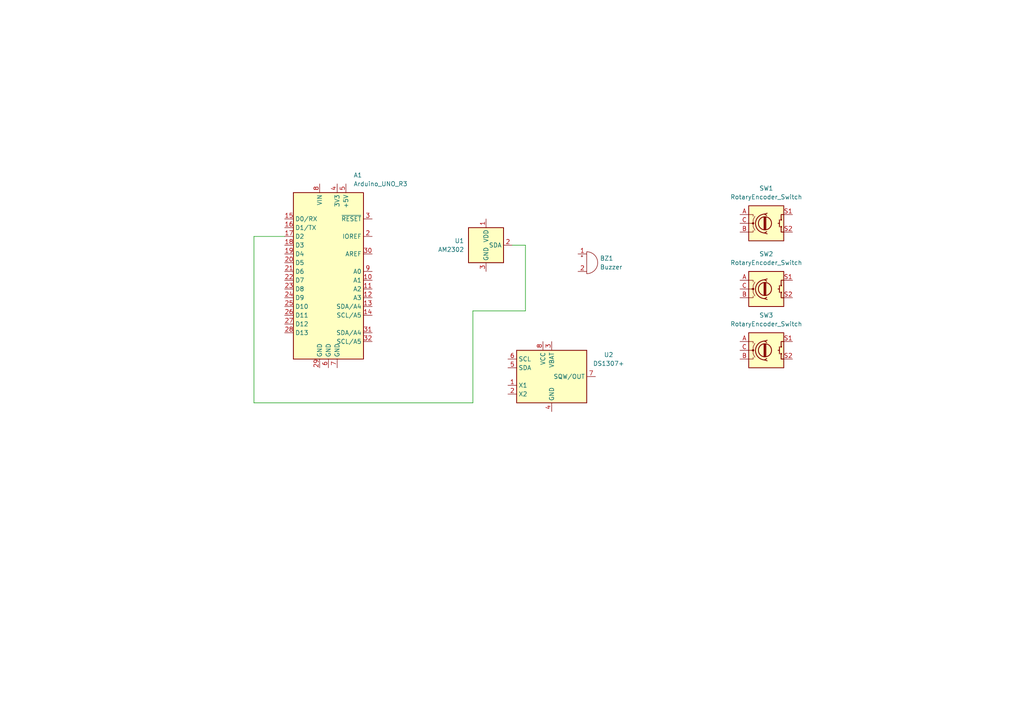
<source format=kicad_sch>
(kicad_sch (version 20231120) (generator "eeschema") (generator_version "8.0")
  (paper "A4")
  (lib_symbols
    (symbol "Device:Buzzer" (pin_names (offset 0.0254) hide)
      (property "Reference" "BZ" (at 3.81 1.27 0))
      (property "Value" "Buzzer" (at 3.81 -1.27 0))
      (symbol "Buzzer_0_1"
        (arc (start 0 -3.175) (mid 3.1612 0) (end 0 3.175))
        (polyline (pts (xy -1.651 1.905) (xy -1.143 1.905)))
        (polyline (pts (xy -1.397 2.159) (xy -1.397 1.651)))
        (polyline (pts (xy 0 3.175) (xy 0 -3.175)))
      )
      (symbol "Buzzer_1_1"
        (pin passive line (at -2.54 2.54 0) (length 2.54) (name "+") (number "1"))
        (pin passive line (at -2.54 -2.54 0) (length 2.54) (name "-") (number "2"))
      )
    )
    (symbol "Device:RotaryEncoder_Switch" (pin_names (offset 0.254) hide)
      (property "Reference" "SW" (at 0 6.604 0))
      (property "Value" "RotaryEncoder_Switch" (at 0 -6.604 0))
      (symbol "RotaryEncoder_Switch_0_1"
        (rectangle (start -5.08 5.08) (end 5.08 -5.08) (stroke (width 0.254)) (fill (type background)))
        (circle (center -3.81 0) (radius 0.254) (fill (type outline)))
        (circle (center -0.381 0) (radius 1.905) (stroke (width 0.254)))
        (arc (start -0.381 2.667) (mid -3.0988 -0.0635) (end -0.381 -2.794) (stroke (width 0.254)))
        (polyline (pts (xy -0.635 -1.778) (xy -0.635 1.778)) (stroke (width 0.254)))
        (polyline (pts (xy -0.381 -1.778) (xy -0.381 1.778)) (stroke (width 0.254)))
        (polyline (pts (xy -0.127 1.778) (xy -0.127 -1.778)) (stroke (width 0.254)))
        (polyline (pts (xy 3.81 0) (xy 3.429 0)) (stroke (width 0.254)))
        (polyline (pts (xy 3.81 1.016) (xy 3.81 -1.016)) (stroke (width 0.254)))
        (polyline (pts (xy -5.08 -2.54) (xy -3.81 -2.54) (xy -3.81 -2.032)))
        (polyline (pts (xy -5.08 2.54) (xy -3.81 2.54) (xy -3.81 2.032)))
        (polyline (pts (xy 0.254 -3.048) (xy -0.508 -2.794) (xy 0.127 -2.413)) (stroke (width 0.254)))
        (polyline (pts (xy 0.254 2.921) (xy -0.508 2.667) (xy 0.127 2.286)) (stroke (width 0.254)))
        (polyline (pts (xy 5.08 -2.54) (xy 4.318 -2.54) (xy 4.318 -1.016)) (stroke (width 0.254)))
        (polyline (pts (xy 5.08 2.54) (xy 4.318 2.54) (xy 4.318 1.016)) (stroke (width 0.254)))
        (polyline (pts (xy -5.08 0) (xy -3.81 0) (xy -3.81 -1.016) (xy -3.302 -2.032)))
        (polyline (pts (xy -4.318 0) (xy -3.81 0) (xy -3.81 1.016) (xy -3.302 2.032)))
        (circle (center 4.318 -1.016) (radius 0.127) (stroke (width 0.254)))
        (circle (center 4.318 1.016) (radius 0.127) (stroke (width 0.254)))
      )
      (symbol "RotaryEncoder_Switch_1_1"
        (pin passive line (at -7.62 2.54 0) (length 2.54) (name "A") (number "A"))
        (pin passive line (at -7.62 -2.54 0) (length 2.54) (name "B") (number "B"))
        (pin passive line (at -7.62 0 0) (length 2.54) (name "C") (number "C"))
        (pin passive line (at 7.62 2.54 180) (length 2.54) (name "S1") (number "S1"))
        (pin passive line (at 7.62 -2.54 180) (length 2.54) (name "S2") (number "S2"))
      )
    )
    (symbol "MCU_Module:Arduino_UNO_R3"
      (property "Reference" "A" (at -10.16 23.495 0))
      (property "Value" "Arduino_UNO_R3" (at 5.08 -26.67 0))
      (symbol "Arduino_UNO_R3_0_1"
        (rectangle (start -10.16 22.86) (end 10.16 -25.4) (stroke (width 0.254)) (fill (type background)))
      )
      (symbol "Arduino_UNO_R3_1_1"
        (pin no_connect line (at -10.16 -20.32 0) (length 2.54) hide (name "NC") (number "1"))
        (pin bidirectional line (at 12.7 -2.54 180) (length 2.54) (name "A1") (number "10"))
        (pin bidirectional line (at 12.7 -5.08 180) (length 2.54) (name "A2") (number "11"))
        (pin bidirectional line (at 12.7 -7.62 180) (length 2.54) (name "A3") (number "12"))
        (pin bidirectional line (at 12.7 -10.16 180) (length 2.54) (name "SDA/A4") (number "13"))
        (pin bidirectional line (at 12.7 -12.7 180) (length 2.54) (name "SCL/A5") (number "14"))
        (pin bidirectional line (at -12.7 15.24 0) (length 2.54) (name "D0/RX") (number "15"))
        (pin bidirectional line (at -12.7 12.7 0) (length 2.54) (name "D1/TX") (number "16"))
        (pin bidirectional line (at -12.7 10.16 0) (length 2.54) (name "D2") (number "17"))
        (pin bidirectional line (at -12.7 7.62 0) (length 2.54) (name "D3") (number "18"))
        (pin bidirectional line (at -12.7 5.08 0) (length 2.54) (name "D4") (number "19"))
        (pin output line (at 12.7 10.16 180) (length 2.54) (name "IOREF") (number "2"))
        (pin bidirectional line (at -12.7 2.54 0) (length 2.54) (name "D5") (number "20"))
        (pin bidirectional line (at -12.7 0 0) (length 2.54) (name "D6") (number "21"))
        (pin bidirectional line (at -12.7 -2.54 0) (length 2.54) (name "D7") (number "22"))
        (pin bidirectional line (at -12.7 -5.08 0) (length 2.54) (name "D8") (number "23"))
        (pin bidirectional line (at -12.7 -7.62 0) (length 2.54) (name "D9") (number "24"))
        (pin bidirectional line (at -12.7 -10.16 0) (length 2.54) (name "D10") (number "25"))
        (pin bidirectional line (at -12.7 -12.7 0) (length 2.54) (name "D11") (number "26"))
        (pin bidirectional line (at -12.7 -15.24 0) (length 2.54) (name "D12") (number "27"))
        (pin bidirectional line (at -12.7 -17.78 0) (length 2.54) (name "D13") (number "28"))
        (pin power_in line (at -2.54 -27.94 90) (length 2.54) (name "GND") (number "29"))
        (pin input line (at 12.7 15.24 180) (length 2.54) (name "~{RESET}") (number "3"))
        (pin input line (at 12.7 5.08 180) (length 2.54) (name "AREF") (number "30"))
        (pin bidirectional line (at 12.7 -17.78 180) (length 2.54) (name "SDA/A4") (number "31"))
        (pin bidirectional line (at 12.7 -20.32 180) (length 2.54) (name "SCL/A5") (number "32"))
        (pin power_out line (at 2.54 25.4 270) (length 2.54) (name "3V3") (number "4"))
        (pin power_out line (at 5.08 25.4 270) (length 2.54) (name "+5V") (number "5"))
        (pin power_in line (at 0 -27.94 90) (length 2.54) (name "GND") (number "6"))
        (pin power_in line (at 2.54 -27.94 90) (length 2.54) (name "GND") (number "7"))
        (pin power_in line (at -2.54 25.4 270) (length 2.54) (name "VIN") (number "8"))
        (pin bidirectional line (at 12.7 0 180) (length 2.54) (name "A0") (number "9"))
      )
    )
    (symbol "Sensor:AM2302"
      (property "Reference" "U" (at -3.81 6.35 0))
      (property "Value" "AM2302" (at 3.81 6.35 0))
      (symbol "AM2302_0_1"
        (rectangle (start -5.08 5.08) (end 5.08 -5.08) (stroke (width 0.254)) (fill (type background)))
      )
      (symbol "AM2302_1_1"
        (pin power_in line (at 0 7.62 270) (length 2.54) (name "VDD") (number "1"))
        (pin bidirectional line (at 7.62 0 180) (length 2.54) (name "SDA") (number "2"))
        (pin power_in line (at 0 -7.62 90) (length 2.54) (name "GND") (number "3"))
        (pin passive line (at 0 -7.62 90) (length 2.54) hide (name "GND") (number "4"))
      )
    )
    (symbol "Timer_RTC:DS1307+"
      (property "Reference" "U" (at -8.89 8.89 0))
      (property "Value" "DS1307+" (at 1.27 8.89 0))
      (symbol "DS1307+_0_1"
        (rectangle (start -10.16 7.62) (end 10.16 -7.62) (stroke (width 0.254)) (fill (type background)))
      )
      (symbol "DS1307+_1_1"
        (pin input line (at -12.7 -2.54 0) (length 2.54) (name "X1") (number "1"))
        (pin input line (at -12.7 -5.08 0) (length 2.54) (name "X2") (number "2"))
        (pin power_in line (at 0 10.16 270) (length 2.54) (name "VBAT") (number "3"))
        (pin power_in line (at 0 -10.16 90) (length 2.54) (name "GND") (number "4"))
        (pin bidirectional line (at -12.7 2.54 0) (length 2.54) (name "SDA") (number "5"))
        (pin input line (at -12.7 5.08 0) (length 2.54) (name "SCL") (number "6"))
        (pin open_collector line (at 12.7 0 180) (length 2.54) (name "SQW/OUT") (number "7"))
        (pin power_in line (at -2.54 10.16 270) (length 2.54) (name "VCC") (number "8"))
      )
    )
  )
  (wire (pts (xy 137.16 116.84) (xy 73.66 116.84)))
  (wire (pts (xy 73.66 116.84) (xy 73.66 68.58)))
  (wire (pts (xy 148.59 71.12) (xy 152.4 71.12)))
  (wire (pts (xy 152.4 71.12) (xy 152.4 90.17)))
  (wire (pts (xy 152.4 90.17) (xy 137.16 90.17)))
  (wire (pts (xy 137.16 90.17) (xy 137.16 116.84)))
  (wire (pts (xy 73.66 68.58) (xy 82.55 68.58)))
  (symbol (lib_id "Sensor:AM2302") (at 140.97 71.12 0) (unit 1)
    (property "Reference" "U1" (at 134.62 69.8499 0) (effects (justify right)))
    (property "Value" "AM2302" (at 134.62 72.3899 0) (effects (justify right)))
    (property "Footprint" "Sensor:ASAIR_AM2302_P2.54mm_Vertical" (effects (hide yes)))
    (property "Datasheet" "http://akizukidenshi.com/download/ds/aosong/AM2302.pdf" (effects (hide yes)))
    (property "Description" "3.3 to 5.0V, Temperature and humidity module,  DHT22, AM2302" (effects (hide yes)))
  )
  (symbol (lib_id "Device:RotaryEncoder_Switch") (at 222.25 64.77 0) (unit 1)
    (property "Reference" "SW1" (at 222.25 54.61 0))
    (property "Value" "RotaryEncoder_Switch" (at 222.25 57.15 0))
    (property "Description" "Rotary encoder, dual channel, incremental quadrate outputs, with switch" (effects (hide yes)))
  )
  (symbol (lib_id "Timer_RTC:DS1307+") (at 160.02 109.22 0) (unit 1)
    (property "Reference" "U2" (at 176.53 102.9014 0))
    (property "Value" "DS1307+" (at 176.53 105.4414 0))
    (property "Footprint" "Package_DIP:DIP-8_W7.62mm" (effects (hide yes)))
    (property "Datasheet" "https://datasheets.maximintegrated.com/en/ds/DS1307.pdf" (effects (hide yes)))
    (property "Description" "64 x 8, Serial, I2C Real-time clock, 4.5V to 5.5V VCC, 0°C to +70°C, DIP-8" (effects (hide yes)))
  )
  (symbol (lib_id "MCU_Module:Arduino_UNO_R3") (at 95.25 78.74 0) (unit 1)
    (property "Reference" "A1" (at 102.5241 50.8 0) (effects (justify left)))
    (property "Value" "Arduino_UNO_R3" (at 102.5241 53.34 0) (effects (justify left)))
    (property "Footprint" "Module:Arduino_UNO_R3" (effects (hide yes)))
    (property "Datasheet" "https://www.arduino.cc/en/Main/arduinoBoardUno" (effects (hide yes)))
    (property "Description" "Arduino UNO Microcontroller Module, release 3" (effects (hide yes)))
  )
  (symbol (lib_id "Device:RotaryEncoder_Switch") (at 222.25 101.6 0) (unit 1)
    (property "Reference" "SW3" (at 222.25 91.44 0))
    (property "Value" "RotaryEncoder_Switch" (at 222.25 93.98 0))
    (property "Description" "Rotary encoder, dual channel, incremental quadrate outputs, with switch" (effects (hide yes)))
  )
  (symbol (lib_id "Device:Buzzer") (at 170.18 76.2 0) (unit 1)
    (property "Reference" "BZ1" (at 173.99 74.9299 0) (effects (justify left)))
    (property "Value" "Buzzer" (at 173.99 77.4699 0) (effects (justify left)))
    (property "Description" "Buzzer, polarized" (effects (hide yes)))
  )
  (symbol (lib_id "Device:RotaryEncoder_Switch") (at 222.25 83.82 0) (unit 1)
    (property "Reference" "SW2" (at 222.25 73.66 0))
    (property "Value" "RotaryEncoder_Switch" (at 222.25 76.2 0))
    (property "Description" "Rotary encoder, dual channel, incremental quadrate outputs, with switch" (effects (hide yes)))
  )
)
</source>
